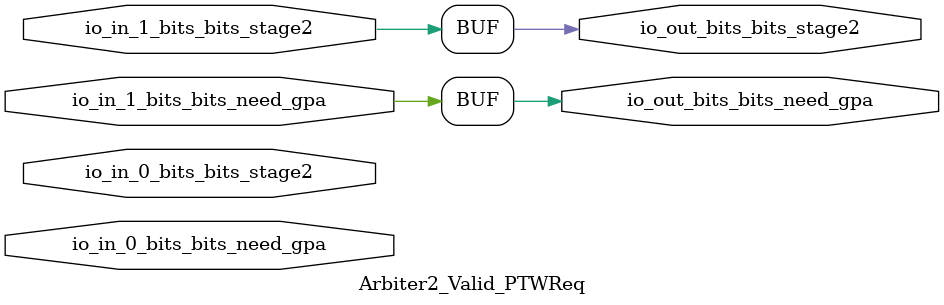
<source format=sv>
module Arbiter2_Valid_PTWReq(	// @[src/main/scala/chisel3/util/Arbiter.scala:133:7]
  input  io_in_0_bits_bits_need_gpa,	// @[src/main/scala/chisel3/util/Arbiter.scala:140:14]
  input  io_in_0_bits_bits_stage2,	// @[src/main/scala/chisel3/util/Arbiter.scala:140:14]
  input  io_in_1_bits_bits_need_gpa,	// @[src/main/scala/chisel3/util/Arbiter.scala:140:14]
  input  io_in_1_bits_bits_stage2,	// @[src/main/scala/chisel3/util/Arbiter.scala:140:14]
  output io_out_bits_bits_need_gpa,	// @[src/main/scala/chisel3/util/Arbiter.scala:140:14]
  output io_out_bits_bits_stage2	// @[src/main/scala/chisel3/util/Arbiter.scala:140:14]
);

  assign io_out_bits_bits_need_gpa = io_in_1_bits_bits_need_gpa;	// @[src/main/scala/chisel3/util/Arbiter.scala:133:7]
  assign io_out_bits_bits_stage2 = io_in_1_bits_bits_stage2;	// @[src/main/scala/chisel3/util/Arbiter.scala:133:7]
endmodule


</source>
